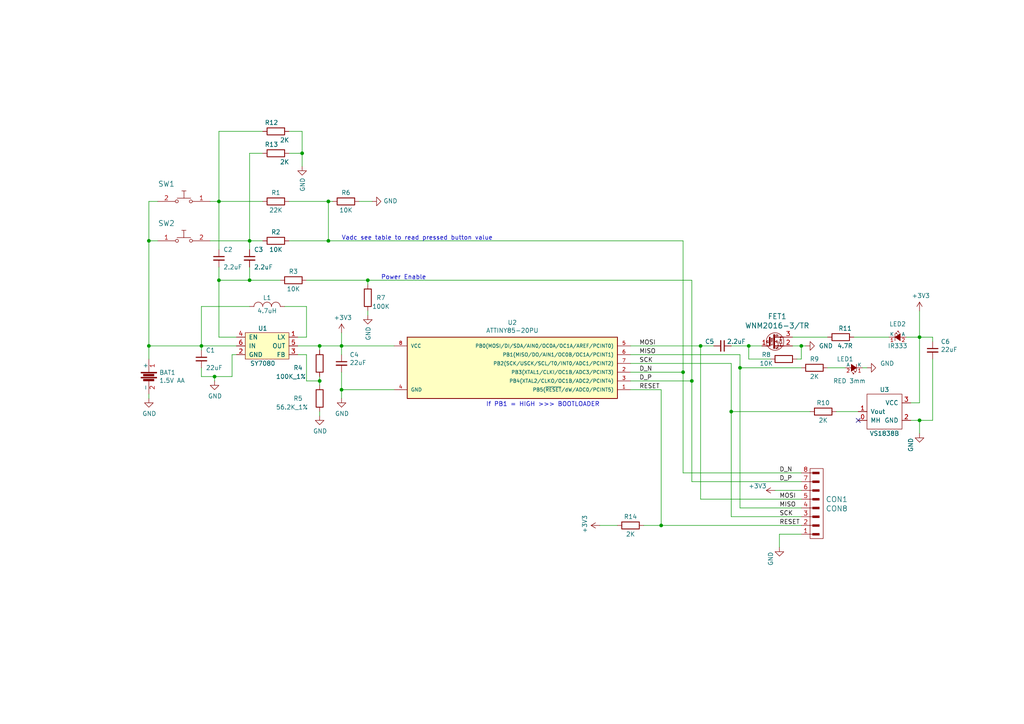
<source format=kicad_sch>
(kicad_sch (version 20230121) (generator eeschema)
  (paper "A4")
  (lib_symbols
    (symbol "URC_revB:+3.3V" (power) (pin_names (offset 0))
      (property "Value" "+3.3V" (at 0 3.556 0))
      (symbol "+3.3V_0_1"
        (polyline (pts (xy -0.762 1.27) (xy 0 2.54)))
        (polyline (pts (xy 0 0) (xy 0 2.54)))
        (polyline (pts (xy 0 2.54) (xy 0.762 1.27)))
      )
      (symbol "+3.3V_1_1"
        (pin power_in line (at 0 0 90) (length 0) hide (name "+3V3") (number "1"))
      )
    )
    (symbol "URC_revB:ATTINY25-20PU" (pin_names (offset 1.016))
      (property "Reference" "U" (at -29.21 10.16 0))
      (property "Value" "ATTINY25-20PU" (at 25.4 -10.16 0))
      (symbol "ATTINY25-20PU_0_1"
        (rectangle (start -30.48 8.89) (end 30.48 -8.89) (stroke (width 0.254)) (fill (type background)))
      )
      (symbol "ATTINY25-20PU_1_1"
        (pin bidirectional line (at -34.29 -6.35 0) (length 3.81) (name "PB5(~{RESET}/dW/ADC0/PCINT5)") (number "1"))
        (pin bidirectional line (at -34.29 -1.27 0) (length 3.81) (name "PB3(XTAL1/CLKI/OC1B/ADC3/PCINT3)") (number "2"))
        (pin bidirectional line (at -34.29 -3.81 0) (length 3.81) (name "PB4(XTAL2/CLKO/OC1B/ADC2/PCINT4)") (number "3"))
        (pin power_in line (at 34.29 -6.35 180) (length 3.81) (name "GND") (number "4"))
        (pin bidirectional line (at -34.29 6.35 0) (length 3.81) (name "PB0(MOSI/DI/SDA/AIN0/OC0A/OC1A/AREF/PCINT0)") (number "5"))
        (pin bidirectional line (at -34.29 3.81 0) (length 3.81) (name "PB1(MISO/DO/AIN1/OC0B/OC1A/PCINT1)") (number "6"))
        (pin bidirectional line (at -34.29 1.27 0) (length 3.81) (name "PB2(SCK/USCK/SCL/T0/INT0/ADC1/PCINT2)") (number "7"))
        (pin power_in line (at 34.29 6.35 180) (length 3.81) (name "VCC") (number "8"))
      )
    )
    (symbol "URC_revB:Battery" (pin_names (offset 0))
      (property "Reference" "BAT" (at 2.54 1.27 0))
      (property "Value" "Battery" (at 2.54 -1.27 0))
      (symbol "Battery_0_1"
        (rectangle (start -2.286 -0.1778) (end 2.286 -0.4318) (fill (type outline)))
        (rectangle (start -2.286 1.27) (end 2.286 1.016) (fill (type outline)))
        (rectangle (start -1.5748 -0.762) (end 1.4732 -1.27) (fill (type outline)))
        (rectangle (start -1.5748 0.6858) (end 1.4732 0.1778) (fill (type outline)))
      )
      (symbol "Battery_1_1"
        (pin power_out line (at 0 5.08 270) (length 3.81) (name "+") (number "1"))
        (pin power_in line (at 0 -5.08 90) (length 3.81) (name "-") (number "2"))
      )
    )
    (symbol "URC_revB:C" (pin_numbers hide) (pin_names (offset 0.254) hide)
      (property "Reference" "C" (at 0.254 1.778 0))
      (property "Value" "C" (at 0.254 -2.032 0))
      (symbol "C_0_1"
        (polyline (pts (xy -1.524 -0.508) (xy 1.524 -0.508)) (stroke (width 0.3302)))
        (polyline (pts (xy -1.524 0.508) (xy 1.524 0.508)) (stroke (width 0.3048)))
      )
      (symbol "C_1_1"
        (pin passive line (at 0 2.54 270) (length 1.905) (name "~") (number "1"))
        (pin passive line (at 0 -2.54 90) (length 2.032) (name "~") (number "2"))
      )
    )
    (symbol "URC_revB:CON8" (pin_names (offset 1.016))
      (property "Reference" "CON" (at -1.27 10.16 0))
      (property "Value" "CON8" (at -1.27 -12.7 0))
      (symbol "CON8_0_0"
        (rectangle (start -2.6416 -10.3124) (end -0.8636 -9.9568))
        (rectangle (start -2.6416 -7.7724) (end -0.8636 -7.4168))
        (rectangle (start -2.6416 -5.2324) (end -0.8636 -4.8768))
        (rectangle (start -2.6416 -2.6924) (end -0.8636 -2.3368))
        (rectangle (start -2.6416 -0.1524) (end -0.8636 0.2032))
        (rectangle (start -2.6416 2.3876) (end -0.8636 2.7432))
        (rectangle (start -2.6416 4.9276) (end -0.8636 5.2832))
        (rectangle (start -2.6162 -10.2108) (end -0.9652 -10.1092))
        (rectangle (start -2.6162 -7.6708) (end -0.9652 -7.5692))
        (rectangle (start -2.6162 -5.1308) (end -0.9652 -5.0292))
        (rectangle (start -2.6162 -2.5908) (end -0.9652 -2.4892))
        (rectangle (start -2.6162 -0.0508) (end -0.9652 0.0508))
        (rectangle (start -2.6162 2.4892) (end -0.9652 2.5908))
        (rectangle (start -2.6162 5.0292) (end -0.9652 5.1308))
        (rectangle (start -2.6162 7.4676) (end -0.8382 7.8232))
        (rectangle (start -2.5908 7.5946) (end -0.9398 7.6962))
        (rectangle (start -0.9652 -10.033) (end -2.6416 -10.2362))
        (rectangle (start -0.9652 -7.493) (end -2.6416 -7.6962))
        (rectangle (start -0.9652 -4.953) (end -2.6416 -5.1562))
        (rectangle (start -0.9652 -2.413) (end -2.6416 -2.6162))
        (rectangle (start -0.9652 0.127) (end -2.6416 -0.0762))
        (rectangle (start -0.9652 2.667) (end -2.6416 2.4638))
        (rectangle (start -0.9652 5.207) (end -2.6416 5.0038))
        (rectangle (start -0.8636 7.7216) (end -2.54 7.5184))
        (rectangle (start -0.7366 -9.8552) (end -2.667 -10.414))
        (rectangle (start -0.7366 -7.3152) (end -2.667 -7.874))
        (rectangle (start -0.7366 -4.7752) (end -2.667 -5.334))
        (rectangle (start -0.7366 -2.2352) (end -2.667 -2.794))
        (rectangle (start -0.7366 0.3048) (end -2.667 -0.254))
        (rectangle (start -0.7366 2.8448) (end -2.667 2.286))
        (rectangle (start -0.7366 5.3848) (end -2.667 4.826))
        (rectangle (start -0.7366 7.9248) (end -2.667 7.366))
        (polyline (pts (xy 0 -10.16) (xy -0.762 -10.16)))
        (polyline (pts (xy 0 -7.62) (xy -0.762 -7.62)))
        (polyline (pts (xy 0 -5.08) (xy -0.762 -5.08)))
        (polyline (pts (xy 0 -2.54) (xy -0.762 -2.54)))
        (polyline (pts (xy 0 0) (xy -0.762 0)))
        (polyline (pts (xy 0 2.54) (xy -0.762 2.54)))
        (polyline (pts (xy 0 5.08) (xy -0.762 5.08)))
        (polyline (pts (xy 0 7.62) (xy -0.762 7.62)))
      )
      (symbol "CON8_0_1"
        (rectangle (start -3.81 8.89) (end 0 -11.43))
      )
      (symbol "CON8_1_1"
        (pin passive line (at 2.54 7.62 180) (length 2.54) (name "~") (number "1"))
        (pin passive line (at 2.54 5.08 180) (length 2.54) (name "~") (number "2"))
        (pin passive line (at 2.54 2.54 180) (length 2.54) (name "~") (number "3"))
        (pin passive line (at 2.54 0 180) (length 2.54) (name "~") (number "4"))
        (pin passive line (at 2.54 -2.54 180) (length 2.54) (name "~") (number "5"))
        (pin passive line (at 2.54 -5.08 180) (length 2.54) (name "~") (number "6"))
        (pin passive line (at 2.54 -7.62 180) (length 2.54) (name "~") (number "7"))
        (pin passive line (at 2.54 -10.16 180) (length 2.54) (name "~") (number "8"))
      )
    )
    (symbol "URC_revB:GND" (power) (pin_names (offset 0))
      (property "Value" "GND" (at 0 -3.81 0))
      (symbol "GND_0_1"
        (polyline (pts (xy 0 0) (xy 0 -1.27) (xy 1.27 -1.27) (xy 0 -2.54) (xy -1.27 -1.27) (xy 0 -1.27)))
      )
      (symbol "GND_1_1"
        (pin power_in line (at 0 0 270) (length 0) hide (name "GND") (number "1"))
      )
    )
    (symbol "URC_revB:L" (pin_numbers hide) (pin_names (offset 0) hide)
      (property "Reference" "L" (at -1.27 2.54 0))
      (property "Value" "L" (at -1.27 -1.27 0))
      (symbol "L_0_1"
        (arc (start -1.27 0) (mid -2.54 1.2645) (end -3.81 0))
        (arc (start 1.27 0) (mid 0 1.2645) (end -1.27 0))
        (arc (start 3.81 0) (mid 2.54 1.2645) (end 1.27 0))
      )
      (symbol "L_1_1"
        (pin passive line (at -5.08 0 0) (length 1.27) (name "1") (number "1"))
        (pin passive line (at 5.08 0 180) (length 1.27) (name "2") (number "2"))
      )
    )
    (symbol "URC_revB:LED_Small" (pin_names (offset 0))
      (property "Reference" "LED" (at -1.905 3.175 0))
      (property "Value" "LED_Small" (at -4.445 -2.54 0))
      (symbol "LED_Small_0_1"
        (polyline (pts (xy -0.762 -1.016) (xy -0.762 1.016)))
        (polyline (pts (xy 0.762 -1.016) (xy -0.762 0) (xy 0.762 1.016) (xy 0.762 -1.016)) (fill (type outline)))
        (polyline (pts (xy 0 0.762) (xy -0.508 1.27) (xy -0.254 1.27) (xy -0.508 1.27) (xy -0.508 1.016)))
        (polyline (pts (xy 0.508 1.27) (xy 0 1.778) (xy 0.254 1.778) (xy 0 1.778) (xy 0 1.524)))
      )
      (symbol "LED_Small_1_1"
        (pin passive line (at -2.54 0 0) (length 1.778) (name "K") (number "1"))
        (pin passive line (at 2.54 0 180) (length 1.778) (name "A") (number "2"))
      )
    )
    (symbol "URC_revB:N-MOS+DIOD_Small" (pin_names (offset 0) hide)
      (property "Reference" "FET" (at 0 3.81 0))
      (property "Value" "N-MOS+DIOD_Small" (at 0 -5.08 0))
      (symbol "N-MOS+DIOD_Small_0_0"
        (text "D" (at 0.5588 1.778 900) (effects (font (size 0.635 0.635))))
        (text "N-MOS" (at -0.889 -0.0254 900) (effects (font (size 0.4064 0.4064))))
        (text "S" (at 0.5842 -1.8796 900) (effects (font (size 0.635 0.635))))
      )
      (symbol "N-MOS+DIOD_Small_0_1"
        (polyline (pts (xy -2.54 -1.27) (xy -1.524 -1.27)) (stroke (width 0.254)))
        (polyline (pts (xy -1.524 -1.143) (xy -1.524 1.143)) (stroke (width 0.508)))
        (polyline (pts (xy -0.254 -1.905) (xy -0.254 1.905)) (stroke (width 0.508)))
        (polyline (pts (xy 0.127 0) (xy 0.635 -0.381)))
        (polyline (pts (xy 1.651 -0.508) (xy 1.27 -0.508)))
        (polyline (pts (xy 1.651 0.381) (xy 1.651 1.27)))
        (polyline (pts (xy 2.54 -1.27) (xy 0 -1.27)) (stroke (width 0.254)))
        (polyline (pts (xy 2.54 1.27) (xy 0 1.27)) (stroke (width 0.254)))
        (polyline (pts (xy 1.27 -0.381) (xy 1.651 0.635) (xy 2.032 -0.508)))
        (polyline (pts (xy 1.651 -1.27) (xy 1.651 -0.508) (xy 2.032 -0.508)))
        (polyline (pts (xy 2.032 0.508) (xy 1.651 0.508) (xy 1.27 0.508)))
        (polyline (pts (xy 0.889 -1.27) (xy 0.889 0) (xy 0.127 0) (xy 0.635 0.381)))
        (circle (center 0 0) (radius 2.54))
        (circle (center 0.889 -1.27) (radius 0.127) (stroke (width 0.254)))
        (circle (center 1.651 -1.27) (radius 0.127) (stroke (width 0.254)))
        (circle (center 1.651 1.27) (radius 0.127) (stroke (width 0.254)))
      )
      (symbol "N-MOS+DIOD_Small_1_0"
        (text "G" (at -2.159 -0.0762 0) (effects (font (size 0.635 0.635))))
      )
      (symbol "N-MOS+DIOD_Small_1_1"
        (pin input line (at -3.81 -1.27 0) (length 1.27) (name "G") (number "1"))
        (pin passive line (at 5.08 -1.27 180) (length 2.54) (name "S") (number "2"))
        (pin passive line (at 5.08 1.27 180) (length 2.54) (name "D") (number "3"))
      )
    )
    (symbol "URC_revB:R" (pin_numbers hide) (pin_names (offset 0))
      (property "Reference" "R" (at 0 2.032 0))
      (property "Value" "R" (at 0 0 0))
      (symbol "R_0_1"
        (rectangle (start 2.54 -1.016) (end -2.54 1.016) (stroke (width 0.254)))
      )
      (symbol "R_1_1"
        (pin passive line (at -3.81 0 0) (length 1.27) (name "~") (number "1"))
        (pin passive line (at 3.81 0 180) (length 1.27) (name "~") (number "2"))
      )
    )
    (symbol "URC_revB:RPM7236-H8" (pin_names (offset 1.016))
      (property "Reference" "U" (at 0 6.35 0))
      (property "Value" "RPM7236-H8" (at 0 -6.35 0))
      (symbol "RPM7236-H8_0_1"
        (rectangle (start -5.08 5.08) (end 5.08 -5.08))
      )
      (symbol "RPM7236-H8_1_1"
        (pin passive line (at 7.62 -2.54 180) (length 2.54) (name "MH") (number "0"))
        (pin output line (at 7.62 0 180) (length 2.54) (name "Vout") (number "1"))
        (pin power_in line (at -7.62 -2.54 0) (length 2.54) (name "GND") (number "2"))
        (pin power_in line (at -7.62 2.54 0) (length 2.54) (name "VCC") (number "3"))
      )
    )
    (symbol "URC_revB:SY7080" (pin_names (offset 1.016))
      (property "Reference" "U" (at -1.27 5.08 0))
      (property "Value" "SY7080" (at 0 -5.08 0))
      (symbol "SY7080_0_1"
        (rectangle (start -6.35 3.81) (end 6.35 -3.81) (fill (type background)))
      )
      (symbol "SY7080_1_1"
        (pin bidirectional line (at 8.89 2.54 180) (length 2.54) (name "LX") (number "1"))
        (pin passive line (at -8.89 -2.54 0) (length 2.54) (name "GND") (number "2"))
        (pin input line (at 8.89 -2.54 180) (length 2.54) (name "FB") (number "3"))
        (pin input line (at -8.89 2.54 0) (length 2.54) (name "EN") (number "4"))
        (pin power_out line (at 8.89 0 180) (length 2.54) (name "OUT") (number "5"))
        (pin power_in line (at -8.89 0 0) (length 2.54) (name "IN") (number "6"))
      )
    )
    (symbol "URC_revB:T1107A(6x3,8x2,5MM)" (pin_names (offset 1.016))
      (property "Reference" "SW" (at -4.064 2.794 0))
      (property "Value" "T1107A(6x3,8x2,5MM)" (at 14.478 2.794 0))
      (symbol "T1107A(6x3,8x2,5MM)_0_1"
        (circle (center -2.0066 0) (radius 0.4318))
        (polyline (pts (xy -0.635 3.048) (xy 0.6096 3.048)))
        (polyline (pts (xy -0.0254 0.9398) (xy -2.0066 0.9398)))
        (polyline (pts (xy -0.0254 0.9398) (xy 1.9812 0.9398)))
        (polyline (pts (xy -0.0254 1.016) (xy -0.0254 2.9718)))
        (circle (center 2.0574 0.0254) (radius 0.4318))
      )
      (symbol "T1107A(6x3,8x2,5MM)_1_1"
        (pin passive line (at -7.62 0 0) (length 5.08) (name "~") (number "1"))
        (pin passive line (at 7.62 0 180) (length 5.08) (name "~") (number "2"))
      )
    )
  )
  (junction (at 266.7 97.79))
  (junction (at 87.63 44.45))
  (junction (at 99.06 100.33))
  (junction (at 232.41 100.33))
  (junction (at 95.25 58.42))
  (junction (at 212.09 119.38))
  (junction (at 200.66 110.49))
  (junction (at 63.5 58.42))
  (junction (at 191.77 152.4))
  (junction (at 106.68 81.28))
  (junction (at 214.63 106.68))
  (junction (at 266.7 121.92))
  (junction (at 217.17 100.33))
  (junction (at 92.71 100.33))
  (junction (at 95.25 69.85))
  (junction (at 43.18 100.33))
  (junction (at 72.39 69.85))
  (junction (at 62.23 109.22))
  (junction (at 72.39 81.28))
  (junction (at 58.42 100.33))
  (junction (at 198.12 107.95))
  (junction (at 203.2 100.33))
  (junction (at 99.06 113.03))
  (junction (at 92.71 110.49))
  (junction (at 63.5 81.28))
  (junction (at 43.18 69.85))
  (no_connect (at 248.92 121.92))
  (wire (pts (xy 58.42 106.68) (xy 58.42 109.22)))
  (wire (pts (xy 231.14 104.14) (xy 232.41 104.14)))
  (wire (pts (xy 92.71 119.38) (xy 92.71 120.65)))
  (wire (pts (xy 198.12 107.95) (xy 198.12 137.16)))
  (wire (pts (xy 99.06 113.03) (xy 114.3 113.03)))
  (wire (pts (xy 99.06 100.33) (xy 114.3 100.33)))
  (wire (pts (xy 250.19 106.68) (xy 251.46 106.68)))
  (wire (pts (xy 182.88 107.95) (xy 198.12 107.95)))
  (wire (pts (xy 212.09 105.41) (xy 212.09 119.38)))
  (wire (pts (xy 266.7 97.79) (xy 266.7 116.84)))
  (wire (pts (xy 95.25 69.85) (xy 95.25 58.42)))
  (wire (pts (xy 58.42 88.9) (xy 58.42 100.33)))
  (wire (pts (xy 99.06 113.03) (xy 99.06 115.57)))
  (wire (pts (xy 270.51 97.79) (xy 270.51 99.06)))
  (wire (pts (xy 43.18 114.3) (xy 43.18 115.57)))
  (wire (pts (xy 198.12 69.85) (xy 198.12 107.95)))
  (wire (pts (xy 43.18 104.14) (xy 43.18 100.33)))
  (wire (pts (xy 82.55 88.9) (xy 88.9 88.9)))
  (wire (pts (xy 92.71 100.33) (xy 92.71 101.6)))
  (wire (pts (xy 62.23 110.49) (xy 62.23 109.22)))
  (wire (pts (xy 203.2 100.33) (xy 203.2 144.78)))
  (wire (pts (xy 200.66 110.49) (xy 200.66 139.7)))
  (wire (pts (xy 226.06 154.94) (xy 226.06 158.75)))
  (wire (pts (xy 58.42 109.22) (xy 62.23 109.22)))
  (wire (pts (xy 76.2 44.45) (xy 72.39 44.45)))
  (wire (pts (xy 88.9 88.9) (xy 88.9 97.79)))
  (wire (pts (xy 92.71 100.33) (xy 99.06 100.33)))
  (wire (pts (xy 247.65 97.79) (xy 257.81 97.79)))
  (wire (pts (xy 72.39 88.9) (xy 58.42 88.9)))
  (wire (pts (xy 86.36 102.87) (xy 88.9 102.87)))
  (wire (pts (xy 63.5 97.79) (xy 68.58 97.79)))
  (wire (pts (xy 99.06 107.95) (xy 99.06 113.03)))
  (wire (pts (xy 63.5 77.47) (xy 63.5 81.28)))
  (wire (pts (xy 214.63 102.87) (xy 214.63 106.68)))
  (wire (pts (xy 92.71 110.49) (xy 92.71 111.76)))
  (wire (pts (xy 72.39 81.28) (xy 81.28 81.28)))
  (wire (pts (xy 232.41 142.24) (xy 224.79 142.24)))
  (wire (pts (xy 88.9 102.87) (xy 88.9 110.49)))
  (wire (pts (xy 223.52 104.14) (xy 217.17 104.14)))
  (wire (pts (xy 229.87 97.79) (xy 240.03 97.79)))
  (wire (pts (xy 182.88 110.49) (xy 200.66 110.49)))
  (wire (pts (xy 200.66 139.7) (xy 232.41 139.7)))
  (wire (pts (xy 104.14 58.42) (xy 107.95 58.42)))
  (wire (pts (xy 214.63 106.68) (xy 214.63 147.32)))
  (wire (pts (xy 270.51 121.92) (xy 266.7 121.92)))
  (wire (pts (xy 83.82 58.42) (xy 95.25 58.42)))
  (wire (pts (xy 43.18 100.33) (xy 58.42 100.33)))
  (wire (pts (xy 63.5 81.28) (xy 63.5 97.79)))
  (wire (pts (xy 270.51 104.14) (xy 270.51 121.92)))
  (wire (pts (xy 266.7 97.79) (xy 270.51 97.79)))
  (wire (pts (xy 76.2 38.1) (xy 63.5 38.1)))
  (wire (pts (xy 232.41 100.33) (xy 233.68 100.33)))
  (wire (pts (xy 63.5 38.1) (xy 63.5 58.42)))
  (wire (pts (xy 217.17 100.33) (xy 220.98 100.33)))
  (wire (pts (xy 214.63 106.68) (xy 232.41 106.68)))
  (wire (pts (xy 186.69 152.4) (xy 191.77 152.4)))
  (wire (pts (xy 95.25 69.85) (xy 198.12 69.85)))
  (wire (pts (xy 83.82 44.45) (xy 87.63 44.45)))
  (wire (pts (xy 232.41 154.94) (xy 226.06 154.94)))
  (wire (pts (xy 229.87 100.33) (xy 232.41 100.33)))
  (wire (pts (xy 96.52 58.42) (xy 95.25 58.42)))
  (wire (pts (xy 43.18 58.42) (xy 45.72 58.42)))
  (wire (pts (xy 240.03 106.68) (xy 245.11 106.68)))
  (wire (pts (xy 63.5 58.42) (xy 76.2 58.42)))
  (wire (pts (xy 99.06 102.87) (xy 99.06 100.33)))
  (wire (pts (xy 106.68 81.28) (xy 200.66 81.28)))
  (wire (pts (xy 266.7 116.84) (xy 264.16 116.84)))
  (wire (pts (xy 88.9 110.49) (xy 92.71 110.49)))
  (wire (pts (xy 43.18 100.33) (xy 43.18 69.85)))
  (wire (pts (xy 212.09 149.86) (xy 232.41 149.86)))
  (wire (pts (xy 87.63 38.1) (xy 87.63 44.45)))
  (wire (pts (xy 72.39 72.39) (xy 72.39 69.85)))
  (wire (pts (xy 242.57 119.38) (xy 248.92 119.38)))
  (wire (pts (xy 88.9 97.79) (xy 86.36 97.79)))
  (wire (pts (xy 88.9 81.28) (xy 106.68 81.28)))
  (wire (pts (xy 232.41 152.4) (xy 191.77 152.4)))
  (wire (pts (xy 86.36 100.33) (xy 92.71 100.33)))
  (wire (pts (xy 43.18 69.85) (xy 43.18 58.42)))
  (wire (pts (xy 83.82 38.1) (xy 87.63 38.1)))
  (wire (pts (xy 92.71 109.22) (xy 92.71 110.49)))
  (wire (pts (xy 182.88 102.87) (xy 214.63 102.87)))
  (wire (pts (xy 83.82 69.85) (xy 95.25 69.85)))
  (wire (pts (xy 266.7 97.79) (xy 266.7 90.17)))
  (wire (pts (xy 200.66 81.28) (xy 200.66 110.49)))
  (wire (pts (xy 212.09 119.38) (xy 234.95 119.38)))
  (wire (pts (xy 72.39 77.47) (xy 72.39 81.28)))
  (wire (pts (xy 67.31 102.87) (xy 67.31 109.22)))
  (wire (pts (xy 182.88 100.33) (xy 203.2 100.33)))
  (wire (pts (xy 217.17 104.14) (xy 217.17 100.33)))
  (wire (pts (xy 87.63 44.45) (xy 87.63 48.26)))
  (wire (pts (xy 63.5 72.39) (xy 63.5 58.42)))
  (wire (pts (xy 68.58 102.87) (xy 67.31 102.87)))
  (wire (pts (xy 63.5 81.28) (xy 72.39 81.28)))
  (wire (pts (xy 106.68 90.17) (xy 106.68 91.44)))
  (wire (pts (xy 266.7 121.92) (xy 266.7 125.73)))
  (wire (pts (xy 203.2 144.78) (xy 232.41 144.78)))
  (wire (pts (xy 179.07 152.4) (xy 173.99 152.4)))
  (wire (pts (xy 203.2 100.33) (xy 207.01 100.33)))
  (wire (pts (xy 60.96 69.85) (xy 72.39 69.85)))
  (wire (pts (xy 262.89 97.79) (xy 266.7 97.79)))
  (wire (pts (xy 43.18 69.85) (xy 45.72 69.85)))
  (wire (pts (xy 58.42 100.33) (xy 58.42 101.6)))
  (wire (pts (xy 72.39 69.85) (xy 76.2 69.85)))
  (wire (pts (xy 72.39 44.45) (xy 72.39 69.85)))
  (wire (pts (xy 232.41 104.14) (xy 232.41 100.33)))
  (wire (pts (xy 212.09 119.38) (xy 212.09 149.86)))
  (wire (pts (xy 191.77 113.03) (xy 191.77 152.4)))
  (wire (pts (xy 212.09 100.33) (xy 217.17 100.33)))
  (wire (pts (xy 214.63 147.32) (xy 232.41 147.32)))
  (wire (pts (xy 198.12 137.16) (xy 232.41 137.16)))
  (wire (pts (xy 60.96 58.42) (xy 63.5 58.42)))
  (wire (pts (xy 106.68 82.55) (xy 106.68 81.28)))
  (wire (pts (xy 99.06 100.33) (xy 99.06 96.52)))
  (wire (pts (xy 182.88 105.41) (xy 212.09 105.41)))
  (wire (pts (xy 182.88 113.03) (xy 191.77 113.03)))
  (wire (pts (xy 264.16 121.92) (xy 266.7 121.92)))
  (wire (pts (xy 62.23 109.22) (xy 67.31 109.22)))
  (wire (pts (xy 58.42 100.33) (xy 68.58 100.33)))
  (text "If PB1 = HIGH >>> BOOTLOADER" (at 140.97 118.11 0) (effects (font (size 1.27 1.27)) (justify left bottom)))
  (text "Power Enable" (at 110.49 81.28 0) (effects (font (size 1.27 1.27)) (justify left bottom)))
  (text "Vadc see table to read pressed button value" (at 99.06 69.85 0) (effects (font (size 1.27 1.27)) (justify left bottom)))
  (label "SCK" (at 226.06 149.86 0))
  (label "MOSI" (at 226.06 144.78 0))
  (label "D_P" (at 185.42 110.49 0))
  (label "RESET" (at 185.42 113.03 0))
  (label "MISO" (at 226.06 147.32 0))
  (label "SCK" (at 185.42 105.41 0))
  (label "D_N" (at 185.42 107.95 0))
  (label "D_N" (at 226.06 137.16 0))
  (label "D_P" (at 226.06 139.7 0))
  (label "MOSI" (at 185.42 100.33 0))
  (label "RESET" (at 226.06 152.4 0))
  (label "MISO" (at 185.42 102.87 0))
  (symbol (lib_id "URC_revB:Battery") (at 43.18 109.22 0) (unit 1)
    (property "Reference" "BAT1" (at 46.1772 108.0516 0) (effects (justify left)))
    (property "Value" "1.5V AA" (at 46.1772 110.363 0) (effects (justify left)))
    (property "Footprint" "OLIMEX_Connectors-FP:BATTERY-1xAA" (effects hide))
  )
  (symbol (lib_id "URC_revB:GND") (at 43.18 115.57 0) (unit 1)
    (property "Reference" "#PWR01" (effects hide))
    (property "Value" "GND" (at 43.307 119.9642 0))
  )
  (symbol (lib_id "URC_revB:C") (at 58.42 104.14 0) (unit 1)
    (property "Reference" "C1" (at 59.69 101.6 0) (effects (justify left)))
    (property "Value" "22uF" (at 59.69 106.68 0) (effects (justify left)))
    (property "Footprint" "OLIMEX_RLC-FP:C_0805_5MIL_DWS" (effects hide))
  )
  (symbol (lib_id "URC_revB:GND") (at 62.23 110.49 0) (unit 1)
    (property "Reference" "#PWR02" (effects hide))
    (property "Value" "GND" (at 62.357 114.8842 0))
  )
  (symbol (lib_id "URC_revB:SY7080") (at 77.47 100.33 0) (unit 1)
    (property "Reference" "U1" (at 76.2 95.25 0))
    (property "Value" "SY7080" (at 76.2 105.41 0))
    (property "Footprint" "OLIMEX_Regulators-FP:SOT23-6" (effects hide))
  )
  (symbol (lib_id "URC_revB:L") (at 77.47 88.9 0) (unit 1)
    (property "Reference" "L1" (at 77.47 86.36 0))
    (property "Value" "4.7uH" (at 77.47 90.17 0))
    (property "Footprint" "OLIMEX_RLC-FP:CD43" (effects hide))
  )
  (symbol (lib_id "URC_revB:T1107A(6x3,8x2,5MM)") (at 53.34 58.42 0) (mirror y) (unit 1)
    (property "Reference" "SW1" (at 48.26 53.34 0) (effects (font (size 1.524 1.524))))
    (property "Value" "T1107A(6x3,8x2,5MM)" (effects hide))
    (property "Footprint" "OLIMEX_Buttons-FP:T1102SMD" (effects hide))
  )
  (symbol (lib_id "URC_revB:T1107A(6x3,8x2,5MM)") (at 53.34 69.85 0) (unit 1)
    (property "Reference" "SW2" (at 48.26 64.77 0) (effects (font (size 1.524 1.524))))
    (property "Value" "T1107A(6x3,8x2,5MM)" (effects hide))
    (property "Footprint" "OLIMEX_Buttons-FP:T1102SMD" (effects hide))
  )
  (symbol (lib_id "URC_revB:C") (at 63.5 74.93 0) (unit 1)
    (property "Reference" "C2" (at 64.77 72.39 0) (effects (justify left)))
    (property "Value" "2.2uF" (at 64.77 77.47 0) (effects (justify left)))
    (property "Footprint" "OLIMEX_RLC-FP:C_0805_5MIL_DWS" (effects hide))
  )
  (symbol (lib_id "URC_revB:C") (at 72.39 74.93 0) (unit 1)
    (property "Reference" "C3" (at 73.66 72.39 0) (effects (justify left)))
    (property "Value" "2.2uF" (at 73.66 77.47 0) (effects (justify left)))
    (property "Footprint" "OLIMEX_RLC-FP:C_0805_5MIL_DWS" (effects hide))
  )
  (symbol (lib_id "URC_revB:R") (at 80.01 58.42 0) (unit 1)
    (property "Reference" "R1" (at 80.01 55.88 0))
    (property "Value" "22K" (at 80.01 60.96 0))
    (property "Footprint" "OLIMEX_RLC-FP:R_0805_5MIL_DWS" (effects hide))
  )
  (symbol (lib_id "URC_revB:R") (at 100.33 58.42 0) (unit 1)
    (property "Reference" "R6" (at 100.33 55.88 0))
    (property "Value" "10K" (at 100.33 60.96 0))
    (property "Footprint" "OLIMEX_RLC-FP:R_0805_5MIL_DWS" (effects hide))
  )
  (symbol (lib_id "URC_revB:R") (at 80.01 69.85 0) (unit 1)
    (property "Reference" "R2" (at 80.01 67.31 0))
    (property "Value" "10K" (at 80.01 72.39 0))
    (property "Footprint" "OLIMEX_RLC-FP:R_0805_5MIL_DWS" (effects hide))
  )
  (symbol (lib_id "URC_revB:R") (at 85.09 81.28 0) (unit 1)
    (property "Reference" "R3" (at 85.09 78.74 0))
    (property "Value" "10K" (at 85.09 83.82 0))
    (property "Footprint" "OLIMEX_RLC-FP:R_0805_5MIL_DWS" (effects hide))
  )
  (symbol (lib_id "URC_revB:GND") (at 107.95 58.42 90) (unit 1)
    (property "Reference" "#PWR07" (effects hide))
    (property "Value" "GND" (at 111.2012 58.293 90) (effects (justify right)))
  )
  (symbol (lib_id "URC_revB:C") (at 99.06 105.41 0) (unit 1)
    (property "Reference" "C4" (at 101.3968 102.8954 0) (effects (justify left)))
    (property "Value" "22uF" (at 101.3968 105.2068 0) (effects (justify left)))
    (property "Footprint" "OLIMEX_RLC-FP:C_0805_5MIL_DWS" (effects hide))
  )
  (symbol (lib_id "URC_revB:R") (at 92.71 105.41 270) (unit 1)
    (property "Reference" "R4" (at 85.09 106.68 90) (effects (justify left)))
    (property "Value" "100K_1%" (at 80.01 109.22 90) (effects (justify left)))
    (property "Footprint" "OLIMEX_RLC-FP:R_0603_5MIL_DWS" (effects hide))
  )
  (symbol (lib_id "URC_revB:R") (at 92.71 115.57 270) (unit 1)
    (property "Reference" "R5" (at 85.09 115.57 90) (effects (justify left)))
    (property "Value" "56.2K_1%" (at 80.01 118.11 90) (effects (justify left)))
    (property "Footprint" "OLIMEX_RLC-FP:R_0603_5MIL_DWS" (effects hide))
  )
  (symbol (lib_id "URC_revB:GND") (at 92.71 120.65 0) (unit 1)
    (property "Reference" "#PWR03" (effects hide))
    (property "Value" "GND" (at 92.837 125.0442 0))
  )
  (symbol (lib_id "URC_revB:GND") (at 99.06 115.57 0) (unit 1)
    (property "Reference" "#PWR05" (effects hide))
    (property "Value" "GND" (at 99.187 119.9642 0))
  )
  (symbol (lib_id "URC_revB:ATTINY25-20PU") (at 148.59 106.68 0) (mirror y) (unit 1)
    (property "Reference" "U2" (at 148.59 93.5482 0))
    (property "Value" "ATTINY85-20PU" (at 148.59 95.8596 0))
    (property "Footprint" "OLIMEX_IC-FP:SO-8_208mil" (effects hide))
  )
  (symbol (lib_id "URC_revB:C") (at 209.55 100.33 270) (unit 1)
    (property "Reference" "C5" (at 204.47 99.06 90) (effects (justify left)))
    (property "Value" "2.2uF" (at 210.82 99.06 90) (effects (justify left)))
    (property "Footprint" "OLIMEX_RLC-FP:C_0805_5MIL_DWS" (effects hide))
  )
  (symbol (lib_id "URC_revB:N-MOS+DIOD_Small") (at 224.79 99.06 0) (unit 1)
    (property "Reference" "FET1" (at 225.425 91.7702 0) (effects (font (size 1.524 1.524))))
    (property "Value" "WNM2016-3/TR" (at 225.425 94.4626 0) (effects (font (size 1.524 1.524))))
    (property "Footprint" "OLIMEX_Transistors-FP:SOT23" (effects hide))
  )
  (symbol (lib_id "URC_revB:GND") (at 233.68 100.33 90) (unit 1)
    (property "Reference" "#PWR010" (effects hide))
    (property "Value" "GND" (at 237.49 100.33 90) (effects (justify right)))
  )
  (symbol (lib_id "URC_revB:R") (at 227.33 104.14 0) (unit 1)
    (property "Reference" "R8" (at 222.25 102.87 0))
    (property "Value" "10K" (at 222.25 105.41 0))
    (property "Footprint" "OLIMEX_RLC-FP:R_0805_5MIL_DWS" (effects hide))
  )
  (symbol (lib_id "URC_revB:R") (at 243.84 97.79 0) (unit 1)
    (property "Reference" "R11" (at 245.11 95.25 0))
    (property "Value" "4.7R" (at 245.11 100.33 0))
    (property "Footprint" "OLIMEX_RLC-FP:R_1206_5MIL_DWS" (effects hide))
  )
  (symbol (lib_id "URC_revB:LED_Small") (at 260.35 97.79 0) (unit 1)
    (property "Reference" "LED2" (at 260.35 93.98 0))
    (property "Value" "IR333" (at 260.35 100.33 0))
    (property "Footprint" "OLIMEX_LEDs-FP:LED3.5_2Color_side_mount" (effects hide))
  )
  (symbol (lib_id "URC_revB:+3.3V") (at 266.7 90.17 0) (unit 1)
    (property "Reference" "#PWR012" (effects hide))
    (property "Value" "+3.3V" (at 267.081 85.7758 0))
  )
  (symbol (lib_id "URC_revB:+3.3V") (at 99.06 96.52 0) (unit 1)
    (property "Reference" "#PWR04" (effects hide))
    (property "Value" "+3.3V" (at 99.441 92.1258 0))
  )
  (symbol (lib_id "URC_revB:CON8") (at 234.95 147.32 180) (unit 1)
    (property "Reference" "CON1" (at 239.4712 144.8308 0) (effects (font (size 1.524 1.524)) (justify right)))
    (property "Value" "CON8" (at 239.4712 147.5232 0) (effects (font (size 1.524 1.524)) (justify right)))
    (property "Footprint" "OLIMEX_Connectors-FP:HN1x8" (effects hide))
  )
  (symbol (lib_id "URC_revB:R") (at 80.01 44.45 0) (unit 1)
    (property "Reference" "R13" (at 78.74 41.91 0))
    (property "Value" "2K" (at 82.55 46.99 0))
    (property "Footprint" "OLIMEX_RLC-FP:R_0805_5MIL_DWS" (effects hide))
  )
  (symbol (lib_id "URC_revB:GND") (at 226.06 158.75 0) (unit 1)
    (property "Reference" "#PWR09" (effects hide))
    (property "Value" "GND" (at 223.52 160.02 90) (effects (justify right)))
  )
  (symbol (lib_id "URC_revB:+3.3V") (at 224.79 142.24 90) (unit 1)
    (property "Reference" "#PWR08" (effects hide))
    (property "Value" "+3.3V" (at 219.71 140.97 90))
  )
  (symbol (lib_id "URC_revB:R") (at 80.01 38.1 0) (unit 1)
    (property "Reference" "R12" (at 78.74 35.56 0))
    (property "Value" "2K" (at 82.55 40.64 0))
    (property "Footprint" "OLIMEX_RLC-FP:R_0805_5MIL_DWS" (effects hide))
  )
  (symbol (lib_id "URC_revB:GND") (at 87.63 48.26 0) (unit 1)
    (property "Reference" "#PWR014" (effects hide))
    (property "Value" "GND" (at 87.757 51.5112 90) (effects (justify right)))
  )
  (symbol (lib_id "URC_revB:R") (at 236.22 106.68 0) (unit 1)
    (property "Reference" "R9" (at 236.22 104.14 0))
    (property "Value" "2K" (at 236.22 109.22 0))
    (property "Footprint" "OLIMEX_RLC-FP:R_0805_5MIL_DWS" (effects hide))
  )
  (symbol (lib_id "URC_revB:LED_Small") (at 247.65 106.68 180) (unit 1)
    (property "Reference" "LED1" (at 245.11 104.14 0))
    (property "Value" "RED 3mm" (at 246.38 110.49 0))
    (property "Footprint" "OLIMEX_LEDs-FP:LED-3mm-PTH-KA" (effects hide))
  )
  (symbol (lib_id "URC_revB:RPM7236-H8") (at 256.54 119.38 0) (mirror y) (unit 1)
    (property "Reference" "U3" (at 256.54 113.03 0))
    (property "Value" "VS1838B" (at 256.54 125.73 0))
    (property "Footprint" "OLIMEX_IC-FP:RPM7236-H8" (effects hide))
  )
  (symbol (lib_id "URC_revB:GND") (at 266.7 125.73 0) (unit 1)
    (property "Reference" "#PWR013" (effects hide))
    (property "Value" "GND" (at 264.16 127 90) (effects (justify right)))
  )
  (symbol (lib_id "URC_revB:R") (at 238.76 119.38 0) (unit 1)
    (property "Reference" "R10" (at 238.76 116.84 0))
    (property "Value" "2K" (at 238.76 121.92 0))
    (property "Footprint" "OLIMEX_RLC-FP:R_0805_5MIL_DWS" (effects hide))
  )
  (symbol (lib_id "URC_revB:R") (at 106.68 86.36 90) (unit 1)
    (property "Reference" "R7" (at 110.49 86.36 90))
    (property "Value" "100K" (at 110.49 88.9 90))
    (property "Footprint" "OLIMEX_RLC-FP:R_0805_5MIL_DWS" (effects hide))
  )
  (symbol (lib_id "URC_revB:GND") (at 106.68 91.44 0) (unit 1)
    (property "Reference" "#PWR06" (effects hide))
    (property "Value" "GND" (at 106.807 94.6912 90) (effects (justify right)))
  )
  (symbol (lib_id "URC_revB:GND") (at 251.46 106.68 90) (unit 1)
    (property "Reference" "#PWR011" (effects hide))
    (property "Value" "GND" (at 255.27 105.41 90) (effects (justify right)))
  )
  (symbol (lib_id "URC_revB:C") (at 270.51 101.6 0) (unit 1)
    (property "Reference" "C6" (at 272.8468 99.0854 0) (effects (justify left)))
    (property "Value" "22uF" (at 272.8468 101.3968 0) (effects (justify left)))
    (property "Footprint" "OLIMEX_RLC-FP:C_0805_5MIL_DWS" (effects hide))
  )
  (symbol (lib_id "URC_revB:R") (at 182.88 152.4 0) (unit 1)
    (property "Reference" "R14" (at 182.88 149.86 0))
    (property "Value" "2K" (at 182.88 154.94 0))
    (property "Footprint" "OLIMEX_RLC-FP:R_0805_5MIL_DWS" (effects hide))
  )
  (symbol (lib_id "URC_revB:+3.3V") (at 173.99 152.4 90) (unit 1)
    (property "Reference" "#PWR015" (effects hide))
    (property "Value" "+3.3V" (at 169.5958 152.019 0))
  )
)
</source>
